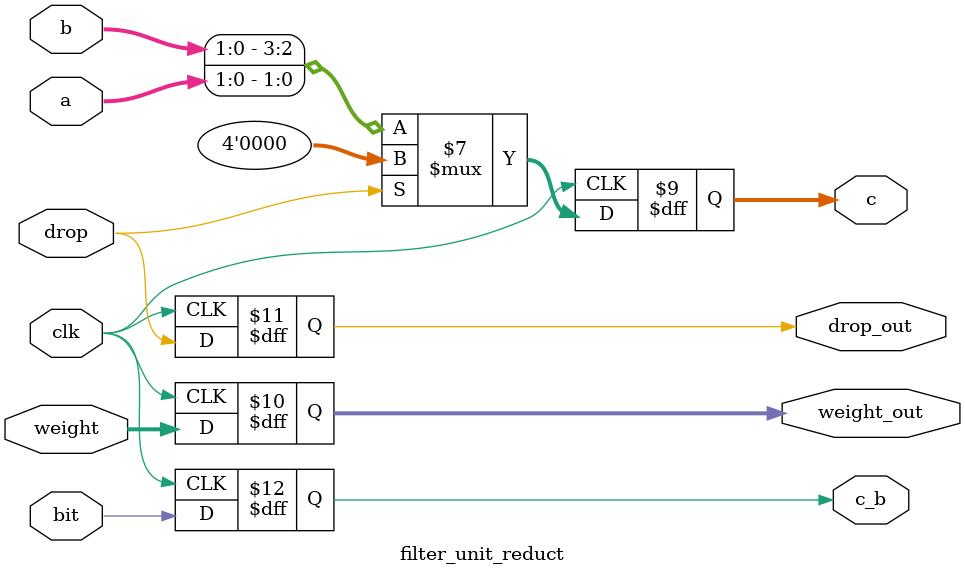
<source format=v>
`timescale 1ns / 1ps

module filter_unit_reduct(clk,a,b,bit,weight,drop,c,weight_out,c_b,drop_out);
input clk;
input [1:0] a,b;
input bit;
input [3:0] weight;
input drop;

output [3:0] c;
output c_b; 
output [3:0] weight_out;
output drop_out;

reg [3:0] c;
reg c_b; 
reg [3:0] weight_out;
reg drop_out;

always@(posedge clk)
begin
   c_b=bit;
end

always@(posedge clk)
begin
   drop_out=drop;
end

always@(posedge clk)
begin
   weight_out=weight;
end

always@(posedge clk)
begin
   if(drop==1'b0)
     begin
         c<={b,a};
     end
   else
     begin
         c<=6'b0;
     end
end

endmodule

</source>
